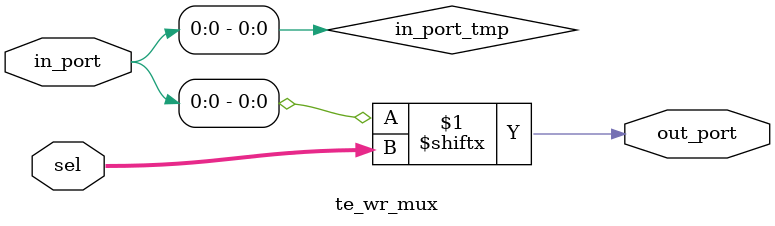
<source format=sv>

`include "DWC_ddrctl_all_defs.svh"
module te_wr_mux (
  in_port,
  sel,
  out_port
);

parameter ADDR_BITS = 0;
parameter NUM_ENTRIES = 0; 

input  [NUM_ENTRIES -1:0]    in_port;
input  [ADDR_BITS -1:0]      sel;
output                       out_port;

localparam NUM_ENTRIES_POW2 = 2**(ADDR_BITS);
wire [NUM_ENTRIES_POW2-1:0] in_port_tmp;
generate
  if(NUM_ENTRIES_POW2 == NUM_ENTRIES) begin:NUM_ENTRIES_pow2
assign in_port_tmp = in_port;
  end else begin:NUM_ENTRIES_pow2
assign in_port_tmp = {{(NUM_ENTRIES_POW2-NUM_ENTRIES){1'b0}},in_port};
  end
endgenerate

assign out_port = in_port_tmp[sel[ADDR_BITS-1:0]];   

endmodule // te_wr_mux

</source>
